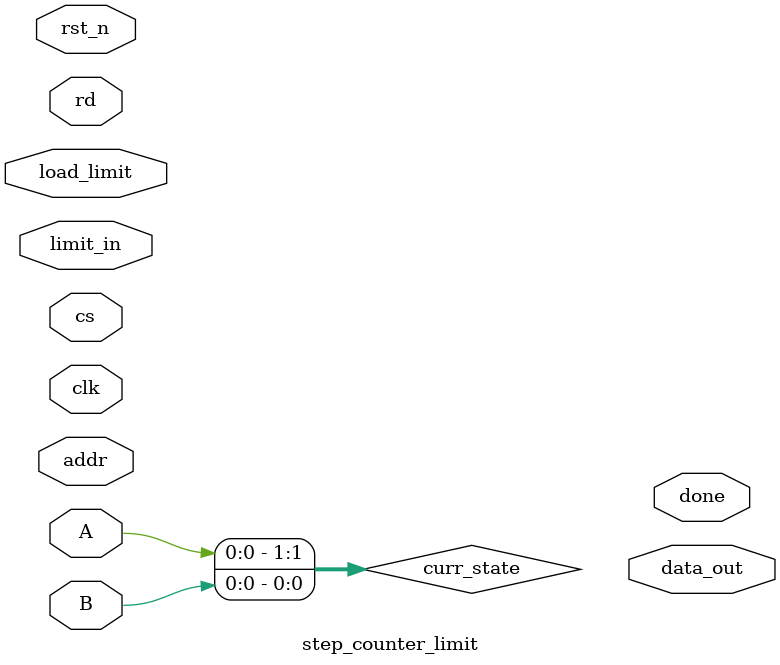
<source format=v>
module step_counter_limit (
    input        clk,
    input        rst_n,

    input  [15:0] addr,
    input         cs,
    input         rd,
    output reg [7:0] data_out,

    input         A,
    input         B,

    input  [15:0] limit_in,
    input         load_limit,
    output reg    done
);

    reg [1:0] prev_state;
    reg [1:0] prev_prev_state;
    wire [1:0] curr_state = {A, B};

    reg [15:0] counter;
    reg [1:0] state_history [0:3];
    integer state_index;

    // Dirección: 1 = CW, 0 = CCW
    reg rotation_dir;
    reg last_direction;

    function is_full_rotation;
        input [1:0] s0, s1, s2, s3;
        begin
            is_full_rotation = (
                (s0 == 2'b00 && s1 == 2'b01 && s2 == 2'b11 && s3 == 2'b10) || // CW
                (s0 == 2'b00 && s1 == 2'b10 && s2 == 2'b11 && s3 == 2'b01)    // CCW
            );
        end
    endfunction

    function detect_direction;
        input [1:0] s0, s1, s2, s3;
        begin
            if (s0 == 2'b00 && s1 == 2'b01 && s2 == 2'b11 && s3 == 2'b10)
                detect_direction = 1; // CW
            else if (s0 == 2'b00 && s1 == 2'b10 && s2 == 2'b11 && s3 == 2'b01)
                detect_direction = 0; // CCW
            else
                detect_direction = last_direction; // No cambio válido
        end
    endfunction

    always @(posedge clk or negedge rst_n) begin
        if (!rst_n) begin
            prev_state <= 2'b00;
            prev_prev_state <= 2'b00;
            counter <= 0;
            last_direction <= 1; // valor por defecto
            state_index <= 0;
            state_history[0] <= 2'b00;
            state_history[1] <= 2'b00;
            state_history[2] <= 2'b00;
            state_history[3] <= 2'b00;
        end else begin
            prev_prev_state <= prev_state;
            prev_state <= curr_state;

            // Control de historial
            state_history[state_index] <= curr_state;
            if (state_index == 3)
                state_index <= 0;
            else
                state_index <= state_index + 1;

            // Giro completo detectado
            if (curr_state == 2'b00 && is_full_rotation(state_history[0], state_history[1], state_history[2], state_history[3])) begin
                rotation_dir = detect_direction(state_history[0], state_history[1], state_history[2], state_history[3]);

                // Reinicia si cambió de dirección
                if (rotation_dir != last_direction)
                    counter <= 1;
                else
                    counter <= counter + 1;

                last_direction <= rotation_dir;
            end
        end
    end

endmodule

</source>
